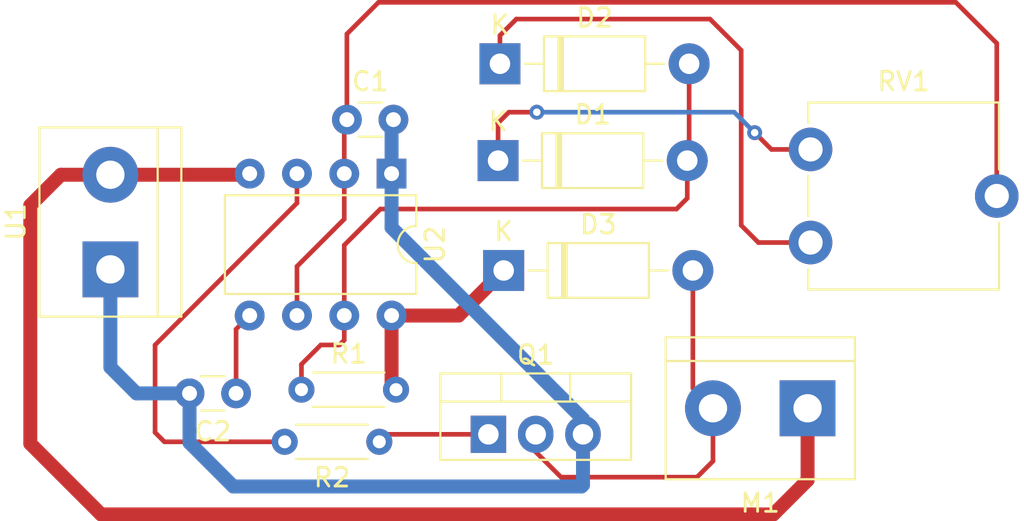
<source format=kicad_pcb>
(kicad_pcb (version 20211014) (generator pcbnew)
  (layers (0 "F.Cu" signal) (31 "B.Cu" signal) (34 "B.Paste" user) (35 "F.Paste" user) (36 "B.SilkS" user "B.Silkscreen") (37 "F.SilkS" user "F.Silkscreen") (38 "B.Mask" user) (39 "F.Mask" user) (44 "Edge.Cuts" user))
  (net 0 "")
  (net 1 "Net-(C1-Pad1)")
  (net 2 "Earth")
  (net 3 "Net-(C2-Pad1)")
  (net 4 "Net-(D1-Pad1)")
  (net 5 "Net-(D2-Pad1)")
  (net 6 "+12V")
  (net 7 "Net-(D3-Pad2)")
  (net 8 "Net-(Q1-Pad1)")
  (net 9 "Net-(R2-Pad2)")
  (net 10 "Net-(D2-Pad2)")
  (footprint "TerminalBlock:TerminalBlock_bornier-2_P5.08mm" (layer "F.Cu") (at 110.44 65.9 180)
    (fp_text reference "M1" (at 2.54 -5.08) (layer "F.SilkS"))
    (fp_text value "Motor_DC")
    (fp_line (start 7.62 2.54) (end -2.54 2.54) (layer "F.SilkS") (width 0.12))
    (fp_line (start 7.62 -3.81) (end -2.54 -3.81) (layer "F.SilkS") (width 0.12))
    (fp_line (start -2.54 3.81) (end 7.62 3.81) (layer "F.SilkS") (width 0.12))
    (fp_line (start 7.62 3.81) (end 7.62 -3.81) (layer "F.SilkS") (width 0.12))
    (fp_line (start -2.54 -3.81) (end -2.54 3.81) (layer "F.SilkS") (width 0.12))
    (pad "1" thru_hole rect (at 0 0 180) (size 3 3) (drill 1.52) (layers *.Cu *.Mask) (net 6 "+12V"))
    (pad "2" thru_hole circle (at 5.08 0 180) (size 3 3) (drill 1.52) (layers *.Cu *.Mask) (net 7 "Net-(D3-Pad2)"))
  )
  (footprint "Package_TO_SOT_THT:TO-220-3_Vertical" (layer "F.Cu") (at 93.3 67.3)
    (fp_text reference "Q1" (at 2.54 -4.27) (layer "F.SilkS"))
    (fp_text value "TIP122")
    (fp_line (start -2.58 -3.27) (end -2.58 1.371) (layer "F.SilkS") (width 0.12))
    (fp_line (start 4.391 -3.27) (end 4.391 -1.76) (layer "F.SilkS") (width 0.12))
    (fp_line (start -2.58 -1.76) (end 7.66 -1.76) (layer "F.SilkS") (width 0.12))
    (fp_line (start -2.58 1.371) (end 7.66 1.371) (layer "F.SilkS") (width 0.12))
    (fp_line (start 7.66 -3.27) (end 7.66 1.371) (layer "F.SilkS") (width 0.12))
    (fp_line (start 0.69 -3.27) (end 0.69 -1.76) (layer "F.SilkS") (width 0.12))
    (fp_line (start -2.58 -3.27) (end 7.66 -3.27) (layer "F.SilkS") (width 0.12))
    (pad "1" thru_hole rect (at 0 0) (size 1.905 2) (drill 1.1) (layers *.Cu *.Mask) (net 8 "Net-(Q1-Pad1)"))
    (pad "2" thru_hole oval (at 2.54 0) (size 1.905 2) (drill 1.1) (layers *.Cu *.Mask) (net 7 "Net-(D3-Pad2)"))
    (pad "3" thru_hole oval (at 5.08 0) (size 1.905 2) (drill 1.1) (layers *.Cu *.Mask) (net 2 "Earth"))
  )
  (footprint "Diode_THT:D_DO-41_SOD81_P10.16mm_Horizontal" (layer "F.Cu") (at 93.82 52.6)
    (fp_text reference "D1" (at 5.08 -2.47) (layer "F.SilkS"))
    (fp_text value "1N4007")
    (fp_text user "K" (at 0 -2.1) (layer "F.SilkS"))
    (fp_line (start 7.8 -1.47) (end 2.36 -1.47) (layer "F.SilkS") (width 0.12))
    (fp_line (start 1.34 0) (end 2.36 0) (layer "F.SilkS") (width 0.12))
    (fp_line (start 7.8 1.47) (end 7.8 -1.47) (layer "F.SilkS") (width 0.12))
    (fp_line (start 3.26 -1.47) (end 3.26 1.47) (layer "F.SilkS") (width 0.12))
    (fp_line (start 3.14 -1.47) (end 3.14 1.47) (layer "F.SilkS") (width 0.12))
    (fp_line (start 2.36 1.47) (end 7.8 1.47) (layer "F.SilkS") (width 0.12))
    (fp_line (start 8.82 0) (end 7.8 0) (layer "F.SilkS") (width 0.12))
    (fp_line (start 2.36 -1.47) (end 2.36 1.47) (layer "F.SilkS") (width 0.12))
    (fp_line (start 3.38 -1.47) (end 3.38 1.47) (layer "F.SilkS") (width 0.12))
    (pad "1" thru_hole rect (at 0 0) (size 2.2 2.2) (drill 1.1) (layers *.Cu *.Mask) (net 4 "Net-(D1-Pad1)"))
    (pad "2" thru_hole oval (at 10.16 0) (size 2.2 2.2) (drill 1.1) (layers *.Cu *.Mask) (net 10 "Net-(D2-Pad2)"))
  )
  (footprint "Resistor_THT:R_Axial_DIN0204_L3.6mm_D1.6mm_P5.08mm_Horizontal" (layer "F.Cu") (at 83.26 64.9)
    (fp_text reference "R1" (at 2.54 -1.92) (layer "F.SilkS"))
    (fp_text value "1k")
    (fp_line (start 0.62 -0.92) (end 4.46 -0.92) (layer "F.SilkS") (width 0.12))
    (fp_line (start 0.62 0.92) (end 4.46 0.92) (layer "F.SilkS") (width 0.12))
    (pad "1" thru_hole circle (at 0 0) (size 1.4 1.4) (drill 0.7) (layers *.Cu *.Mask) (net 10 "Net-(D2-Pad2)"))
    (pad "2" thru_hole oval (at 5.08 0) (size 1.4 1.4) (drill 0.7) (layers *.Cu *.Mask) (net 6 "+12V"))
  )
  (footprint "TerminalBlock:TerminalBlock_bornier-2_P5.08mm" (layer "F.Cu") (at 73 58.44 90)
    (fp_text reference "U1" (at 2.54 -5.08 90) (layer "F.SilkS"))
    (fp_text value "Power_in")
    (fp_line (start 7.62 -3.81) (end -2.54 -3.81) (layer "F.SilkS") (width 0.12))
    (fp_line (start -2.54 -3.81) (end -2.54 3.81) (layer "F.SilkS") (width 0.12))
    (fp_line (start 7.62 3.81) (end 7.62 -3.81) (layer "F.SilkS") (width 0.12))
    (fp_line (start 7.62 2.54) (end -2.54 2.54) (layer "F.SilkS") (width 0.12))
    (fp_line (start -2.54 3.81) (end 7.62 3.81) (layer "F.SilkS") (width 0.12))
    (pad "1" thru_hole rect (at 0 0 90) (size 3 3) (drill 1.52) (layers *.Cu *.Mask) (net 2 "Earth"))
    (pad "2" thru_hole circle (at 5.08 0 90) (size 3 3) (drill 1.52) (layers *.Cu *.Mask) (net 6 "+12V"))
  )
  (footprint "Potentiometer_THT:Potentiometer_ACP_CA9-V10_Vertical_Hole" (layer "F.Cu") (at 110.6 57)
    (fp_text reference "RV1" (at 5 -8.65) (layer "F.SilkS"))
    (fp_text value "100k")
    (fp_line (start -0.12 -7.521) (end -0.12 -6.426) (layer "F.SilkS") (width 0.12))
    (fp_line (start 10.12 -1.075) (end 10.12 2.52) (layer "F.SilkS") (width 0.12))
    (fp_line (start -0.12 -7.521) (end 10.12 -7.521) (layer "F.SilkS") (width 0.12))
    (fp_line (start -0.12 -3.574) (end -0.12 -1.425) (layer "F.SilkS") (width 0.12))
    (fp_line (start -0.12 1.425) (end -0.12 2.52) (layer "F.SilkS") (width 0.12))
    (fp_line (start 10.12 -7.521) (end 10.12 -3.925) (layer "F.SilkS") (width 0.12))
    (fp_line (start -0.12 2.52) (end 10.12 2.52) (layer "F.SilkS") (width 0.12))
    (pad "" np_thru_hole circle (at 5 -2.5) (size 4 4) (drill 4) (layers *.Cu *.Mask))
    (pad "1" thru_hole circle (at 0 0) (size 2.34 2.34) (drill 1.3) (layers *.Cu *.Mask) (net 5 "Net-(D2-Pad1)"))
    (pad "2" thru_hole circle (at 10 -2.5) (size 2.34 2.34) (drill 1.3) (layers *.Cu *.Mask) (net 1 "Net-(C1-Pad1)"))
    (pad "3" thru_hole circle (at 0 -5) (size 2.34 2.34) (drill 1.3) (layers *.Cu *.Mask) (net 4 "Net-(D1-Pad1)"))
  )
  (footprint "Diode_THT:D_DO-41_SOD81_P10.16mm_Horizontal" (layer "F.Cu") (at 94.12 58.5)
    (fp_text reference "D3" (at 5.08 -2.47) (layer "F.SilkS"))
    (fp_text value "1N4007")
    (fp_text user "K" (at 0 -2.1) (layer "F.SilkS"))
    (fp_line (start 3.38 -1.47) (end 3.38 1.47) (layer "F.SilkS") (width 0.12))
    (fp_line (start 1.34 0) (end 2.36 0) (layer "F.SilkS") (width 0.12))
    (fp_line (start 7.8 -1.47) (end 2.36 -1.47) (layer "F.SilkS") (width 0.12))
    (fp_line (start 3.26 -1.47) (end 3.26 1.47) (layer "F.SilkS") (width 0.12))
    (fp_line (start 7.8 1.47) (end 7.8 -1.47) (layer "F.SilkS") (width 0.12))
    (fp_line (start 3.14 -1.47) (end 3.14 1.47) (layer "F.SilkS") (width 0.12))
    (fp_line (start 2.36 -1.47) (end 2.36 1.47) (layer "F.SilkS") (width 0.12))
    (fp_line (start 8.82 0) (end 7.8 0) (layer "F.SilkS") (width 0.12))
    (fp_line (start 2.36 1.47) (end 7.8 1.47) (layer "F.SilkS") (width 0.12))
    (pad "1" thru_hole rect (at 0 0) (size 2.2 2.2) (drill 1.1) (layers *.Cu *.Mask) (net 6 "+12V"))
    (pad "2" thru_hole oval (at 10.16 0) (size 2.2 2.2) (drill 1.1) (layers *.Cu *.Mask) (net 7 "Net-(D3-Pad2)"))
  )
  (footprint "Diode_THT:D_DO-41_SOD81_P10.16mm_Horizontal" (layer "F.Cu") (at 93.92 47.4)
    (fp_text reference "D2" (at 5.08 -2.47) (layer "F.SilkS"))
    (fp_text value "1N4007")
    (fp_text user "K" (at 0 -2.1) (layer "F.SilkS"))
    (fp_line (start 3.26 -1.47) (end 3.26 1.47) (layer "F.SilkS") (width 0.12))
    (fp_line (start 2.36 -1.47) (end 2.36 1.47) (layer "F.SilkS") (width 0.12))
    (fp_line (start 3.38 -1.47) (end 3.38 1.47) (layer "F.SilkS") (width 0.12))
    (fp_line (start 8.82 0) (end 7.8 0) (layer "F.SilkS") (width 0.12))
    (fp_line (start 7.8 1.47) (end 7.8 -1.47) (layer "F.SilkS") (width 0.12))
    (fp_line (start 2.36 1.47) (end 7.8 1.47) (layer "F.SilkS") (width 0.12))
    (fp_line (start 7.8 -1.47) (end 2.36 -1.47) (layer "F.SilkS") (width 0.12))
    (fp_line (start 3.14 -1.47) (end 3.14 1.47) (layer "F.SilkS") (width 0.12))
    (fp_line (start 1.34 0) (end 2.36 0) (layer "F.SilkS") (width 0.12))
    (pad "1" thru_hole rect (at 0 0) (size 2.2 2.2) (drill 1.1) (layers *.Cu *.Mask) (net 5 "Net-(D2-Pad1)"))
    (pad "2" thru_hole oval (at 10.16 0) (size 2.2 2.2) (drill 1.1) (layers *.Cu *.Mask) (net 10 "Net-(D2-Pad2)"))
  )
  (footprint "Package_DIP:DIP-8_W7.62mm" (layer "F.Cu") (at 88.1 53.3 -90)
    (fp_text reference "U2" (at 3.81 -2.33 90) (layer "F.SilkS"))
    (fp_text value "NE555P")
    (fp_line (start 1.16 8.95) (end 6.46 8.95) (layer "F.SilkS") (width 0.12))
    (fp_line (start 6.46 8.95) (end 6.46 -1.33) (layer "F.SilkS") (width 0.12))
    (fp_line (start 1.16 -1.33) (end 1.16 8.95) (layer "F.SilkS") (width 0.12))
    (fp_line (start 6.46 -1.33) (end 4.81 -1.33) (layer "F.SilkS") (width 0.12))
    (fp_line (start 2.81 -1.33) (end 1.16 -1.33) (layer "F.SilkS") (width 0.12))
    (fp_arc (start 4.81 -1.33) (mid 3.81 -0.33) (end 2.81 -1.33) (layer "F.SilkS") (width 0.12))
    (pad "1" thru_hole rect (at 0 0 270) (size 1.6 1.6) (drill 0.8) (layers *.Cu *.Mask) (net 2 "Earth"))
    (pad "2" thru_hole oval (at 0 2.54 270) (size 1.6 1.6) (drill 0.8) (layers *.Cu *.Mask) (net 1 "Net-(C1-Pad1)"))
    (pad "3" thru_hole oval (at 0 5.08 270) (size 1.6 1.6) (drill 0.8) (layers *.Cu *.Mask) (net 9 "Net-(R2-Pad2)"))
    (pad "4" thru_hole oval (at 0 7.62 270) (size 1.6 1.6) (drill 0.8) (layers *.Cu *.Mask) (net 6 "+12V"))
    (pad "5" thru_hole oval (at 7.62 7.62 270) (size 1.6 1.6) (drill 0.8) (layers *.Cu *.Mask) (net 3 "Net-(C2-Pad1)"))
    (pad "6" thru_hole oval (at 7.62 5.08 270) (size 1.6 1.6) (drill 0.8) (layers *.Cu *.Mask) (net 1 "Net-(C1-Pad1)"))
    (pad "7" thru_hole oval (at 7.62 2.54 270) (size 1.6 1.6) (drill 0.8) (layers *.Cu *.Mask) (net 10 "Net-(D2-Pad2)"))
    (pad "8" thru_hole oval (at 7.62 0 270) (size 1.6 1.6) (drill 0.8) (layers *.Cu *.Mask) (net 6 "+12V"))
  )
  (footprint "Resistor_THT:R_Axial_DIN0204_L3.6mm_D1.6mm_P5.08mm_Horizontal" (layer "F.Cu") (at 87.44 67.7 180)
    (fp_text reference "R2" (at 2.54 -1.92) (layer "F.SilkS"))
    (fp_text value "1k")
    (fp_line (start 0.62 0.92) (end 4.46 0.92) (layer "F.SilkS") (width 0.12))
    (fp_line (start 0.62 -0.92) (end 4.46 -0.92) (layer "F.SilkS") (width 0.12))
    (pad "1" thru_hole circle (at 0 0 180) (size 1.4 1.4) (drill 0.7) (layers *.Cu *.Mask) (net 8 "Net-(Q1-Pad1)"))
    (pad "2" thru_hole oval (at 5.08 0 180) (size 1.4 1.4) (drill 0.7) (layers *.Cu *.Mask) (net 9 "Net-(R2-Pad2)"))
  )
  (footprint "Capacitor_THT:C_Disc_D3.0mm_W1.6mm_P2.50mm" (layer "F.Cu") (at 85.7 50.4)
    (fp_text reference "C1" (at 1.25 -2.05) (layer "F.SilkS"))
    (fp_text value "100nF")
    (fp_line (start 0.621 -0.92) (end 1.879 -0.92) (layer "F.SilkS") (width 0.12))
    (fp_line (start 0.621 0.92) (end 1.879 0.92) (layer "F.SilkS") (width 0.12))
    (pad "1" thru_hole circle (at 0 0) (size 1.6 1.6) (drill 0.8) (layers *.Cu *.Mask) (net 1 "Net-(C1-Pad1)"))
    (pad "2" thru_hole circle (at 2.5 0) (size 1.6 1.6) (drill 0.8) (layers *.Cu *.Mask) (net 2 "Earth"))
  )
  (footprint "Capacitor_THT:C_Disc_D3.0mm_W1.6mm_P2.50mm" (layer "F.Cu") (at 79.75 65.1 180)
    (fp_text reference "C2" (at 1.25 -2.05 180) (layer "F.SilkS"))
    (fp_text value "100nF")
    (fp_line (start 0.621 -0.92) (end 1.879 -0.92) (layer "F.SilkS") (width 0.12))
    (fp_line (start 0.621 0.92) (end 1.879 0.92) (layer "F.SilkS") (width 0.12))
    (pad "1" thru_hole circle (at 0 0 180) (size 1.6 1.6) (drill 0.8) (layers *.Cu *.Mask) (net 3 "Net-(C2-Pad1)"))
    (pad "2" thru_hole circle (at 2.5 0 180) (size 1.6 1.6) (drill 0.8) (layers *.Cu *.Mask) (net 2 "Earth"))
  )
  (segment (start 120.6 46.3) (end 120.6 54.5) (width 0.25) (layer "F.Cu") (net 1))
  (segment (start 87.4 44.1) (end 118.4 44.1) (width 0.25) (layer "F.Cu") (net 1))
  (segment (start 85.56 53.3) (end 85.56 50.54) (width 0.25) (layer "F.Cu") (net 1))
  (segment (start 85.56 50.54) (end 85.7 50.4) (width 0.25) (layer "F.Cu") (net 1))
  (segment (start 83.02 60.92) (end 83.02 58.28) (width 0.25) (layer "F.Cu") (net 1))
  (segment (start 85.7 50.4) (end 85.7 45.8) (width 0.25) (layer "F.Cu") (net 1))
  (segment (start 85.7 45.8) (end 87.4 44.1) (width 0.25) (layer "F.Cu") (net 1))
  (segment (start 85.56 55.74) (end 85.56 53.3) (width 0.25) (layer "F.Cu") (net 1))
  (segment (start 83.02 58.28) (end 85.56 55.74) (width 0.25) (layer "F.Cu") (net 1))
  (segment (start 118.4 44.1) (end 120.6 46.3) (width 0.25) (layer "F.Cu") (net 1))
  (segment (start 98.38 70.02) (end 98.38 67.3) (width 0.75) (layer "B.Cu") (net 2))
  (segment (start 88.1 53.3) (end 88.1 50.5) (width 0.75) (layer "B.Cu") (net 2))
  (segment (start 73 58.44) (end 73 63.7) (width 0.75) (layer "B.Cu") (net 2))
  (segment (start 77.25 65.1) (end 77.25 67.75) (width 0.75) (layer "B.Cu") (net 2))
  (segment (start 98.38 66.48) (end 88.1 56.2) (width 0.75) (layer "B.Cu") (net 2))
  (segment (start 98.3 70.1) (end 98.38 70.02) (width 0.75) (layer "B.Cu") (net 2))
  (segment (start 79.6 70.1) (end 98.3 70.1) (width 0.75) (layer "B.Cu") (net 2))
  (segment (start 77.25 67.75) (end 79.6 70.1) (width 0.75) (layer "B.Cu") (net 2))
  (segment (start 88.1 56.2) (end 88.1 53.3) (width 0.75) (layer "B.Cu") (net 2))
  (segment (start 88.1 50.5) (end 88.2 50.4) (width 0.75) (layer "B.Cu") (net 2))
  (segment (start 73 63.7) (end 74.4 65.1) (width 0.75) (layer "B.Cu") (net 2))
  (segment (start 98.38 67.3) (end 98.38 66.48) (width 0.75) (layer "B.Cu") (net 2))
  (segment (start 74.4 65.1) (end 77.25 65.1) (width 0.75) (layer "B.Cu") (net 2))
  (segment (start 79.75 65.1) (end 79.75 61.65) (width 0.25) (layer "F.Cu") (net 3))
  (segment (start 79.75 61.65) (end 80.48 60.92) (width 0.25) (layer "F.Cu") (net 3))
  (segment (start 93.82 50.62) (end 93.82 52.6) (width 0.25) (layer "F.Cu") (net 4))
  (segment (start 95.9 50) (end 94.4 50) (width 0.25) (layer "F.Cu") (net 4))
  (segment (start 94.4 50) (end 93.8 50.6) (width 0.25) (layer "F.Cu") (net 4))
  (segment (start 93.8 50.6) (end 93.82 50.62) (width 0.25) (layer "F.Cu") (net 4))
  (segment (start 108.5 52) (end 107.6 51.1) (width 0.25) (layer "F.Cu") (net 4))
  (segment (start 110.6 52) (end 108.5 52) (width 0.25) (layer "F.Cu") (net 4))
  (via (at 95.9 50) (size 0.8) (drill 0.4) (layers "F.Cu" "B.Cu") (net 4))
  (via (at 107.6 51.1) (size 0.8) (drill 0.4) (layers "F.Cu" "B.Cu") (net 4))
  (segment (start 106.5 50) (end 95.9 50) (width 0.25) (layer "B.Cu") (net 4))
  (segment (start 107.6 51.1) (end 106.5 50) (width 0.25) (layer "B.Cu") (net 4))
  (segment (start 105.2 45) (end 106.875489 46.675489) (width 0.25) (layer "F.Cu") (net 5))
  (segment (start 106.875489 46.675489) (end 106.875489 56.075489) (width 0.25) (layer "F.Cu") (net 5))
  (segment (start 93.92 47.4) (end 93.92 45.88) (width 0.25) (layer "F.Cu") (net 5))
  (segment (start 93.92 45.88) (end 94.8 45) (width 0.25) (layer "F.Cu") (net 5))
  (segment (start 94.8 45) (end 105.2 45) (width 0.25) (layer "F.Cu") (net 5))
  (segment (start 107.8 57) (end 110.6 57) (width 0.25) (layer "F.Cu") (net 5))
  (segment (start 106.875489 56.075489) (end 107.8 57) (width 0.25) (layer "F.Cu") (net 5))
  (segment (start 88.1 60.92) (end 91.7 60.92) (width 0.75) (layer "F.Cu") (net 6))
  (segment (start 110.44 69.76) (end 108.6 71.6) (width 0.75) (layer "F.Cu") (net 6))
  (segment (start 88.1 64.66) (end 88.34 64.9) (width 0.75) (layer "F.Cu") (net 6))
  (segment (start 68.7 67.8) (end 68.7 55) (width 0.75) (layer "F.Cu") (net 6))
  (segment (start 88.1 60.92) (end 88.1 64.66) (width 0.75) (layer "F.Cu") (net 6))
  (segment (start 70.34 53.36) (end 73 53.36) (width 0.75) (layer "F.Cu") (net 6))
  (segment (start 80.42 53.36) (end 80.48 53.3) (width 0.75) (layer "F.Cu") (net 6))
  (segment (start 91.7 60.92) (end 94.12 58.5) (width 0.75) (layer "F.Cu") (net 6))
  (segment (start 72.5 71.6) (end 68.7 67.8) (width 0.75) (layer "F.Cu") (net 6))
  (segment (start 68.7 55) (end 70.34 53.36) (width 0.75) (layer "F.Cu") (net 6))
  (segment (start 110.44 65.9) (end 110.44 69.76) (width 0.75) (layer "F.Cu") (net 6))
  (segment (start 108.6 71.6) (end 72.5 71.6) (width 0.75) (layer "F.Cu") (net 6))
  (segment (start 73 53.36) (end 80.42 53.36) (width 0.75) (layer "F.Cu") (net 6))
  (segment (start 104.28 58.5) (end 104.28 64.82) (width 0.25) (layer "F.Cu") (net 7))
  (segment (start 104.5 69.6) (end 97.2 69.6) (width 0.25) (layer "F.Cu") (net 7))
  (segment (start 95.84 68.24) (end 95.84 67.3) (width 0.25) (layer "F.Cu") (net 7))
  (segment (start 104.28 64.82) (end 105.36 65.9) (width 0.25) (layer "F.Cu") (net 7))
  (segment (start 105.36 68.74) (end 104.5 69.6) (width 0.25) (layer "F.Cu") (net 7))
  (segment (start 97.2 69.6) (end 95.84 68.24) (width 0.25) (layer "F.Cu") (net 7))
  (segment (start 105.36 65.9) (end 105.36 68.74) (width 0.25) (layer "F.Cu") (net 7))
  (segment (start 93.3 67.3) (end 87.84 67.3) (width 0.25) (layer "F.Cu") (net 8))
  (segment (start 87.84 67.3) (end 87.44 67.7) (width 0.25) (layer "F.Cu") (net 8))
  (segment (start 75.9 67.7) (end 75.4 67.2) (width 0.25) (layer "F.Cu") (net 9))
  (segment (start 83.02 54.88) (end 83.02 53.3) (width 0.25) (layer "F.Cu") (net 9))
  (segment (start 75.4 67.2) (end 75.4 62.5) (width 0.25) (layer "F.Cu") (net 9))
  (segment (start 82.36 67.7) (end 75.9 67.7) (width 0.25) (layer "F.Cu") (net 9))
  (segment (start 75.4 62.5) (end 83.02 54.88) (width 0.25) (layer "F.Cu") (net 9))
  (segment (start 87.5 55.2) (end 103.4 55.2) (width 0.25) (layer "F.Cu") (net 10))
  (segment (start 103.4 55.2) (end 103.98 54.62) (width 0.25) (layer "F.Cu") (net 10))
  (segment (start 85.56 57.14) (end 87.5 55.2) (width 0.25) (layer "F.Cu") (net 10))
  (segment (start 83.26 63.54) (end 84.3 62.5) (width 0.25) (layer "F.Cu") (net 10))
  (segment (start 104.08 52.5) (end 103.98 52.6) (width 0.25) (layer "F.Cu") (net 10))
  (segment (start 104.08 47.4) (end 104.08 52.5) (width 0.25) (layer "F.Cu") (net 10))
  (segment (start 85.56 62.24) (end 85.56 60.92) (width 0.25) (layer "F.Cu") (net 10))
  (segment (start 83.26 64.9) (end 83.26 63.54) (width 0.25) (layer "F.Cu") (net 10))
  (segment (start 85.56 60.92) (end 85.56 57.14) (width 0.25) (layer "F.Cu") (net 10))
  (segment (start 85.3 62.5) (end 85.56 62.24) (width 0.25) (layer "F.Cu") (net 10))
  (segment (start 84.3 62.5) (end 85.3 62.5) (width 0.25) (layer "F.Cu") (net 10))
  (segment (start 103.98 54.62) (end 103.98 52.6) (width 0.25) (layer "F.Cu") (net 10))
)
</source>
